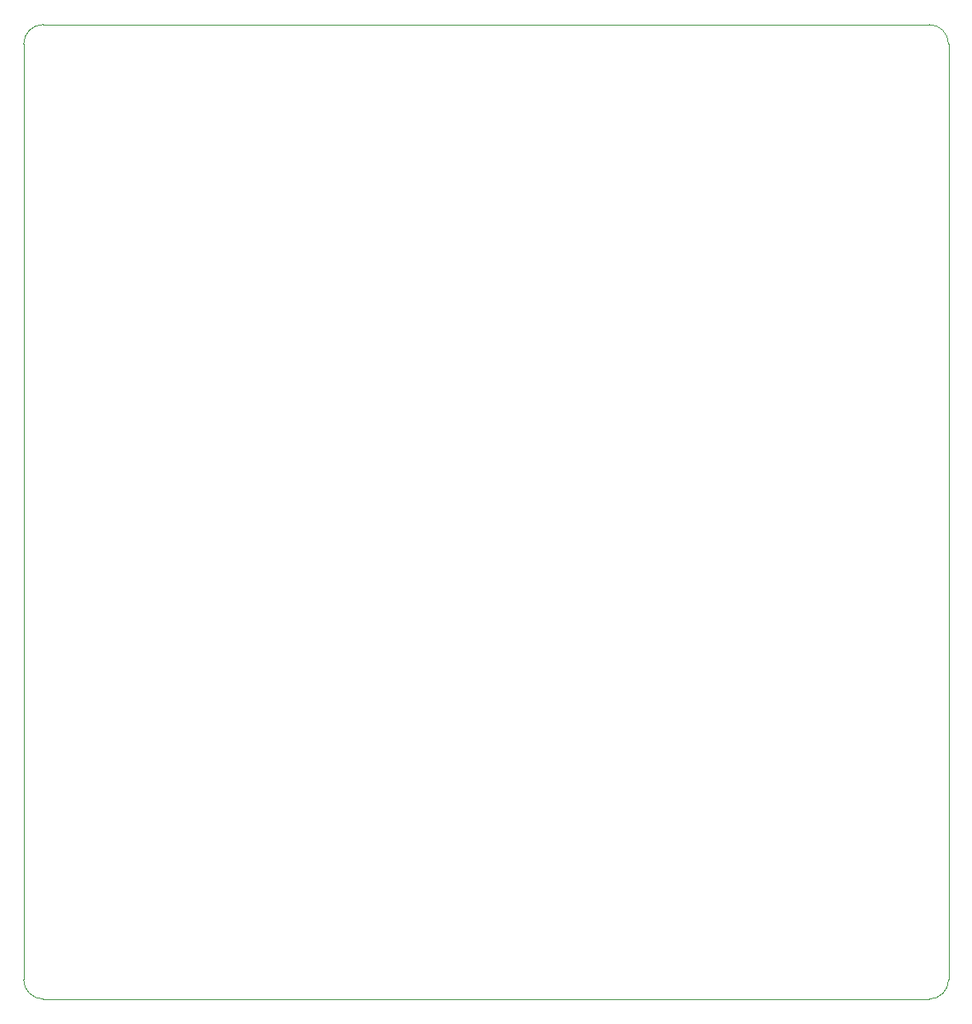
<source format=gm1>
G04 #@! TF.GenerationSoftware,KiCad,Pcbnew,7.0.1*
G04 #@! TF.CreationDate,2023-05-15T21:33:36-05:00*
G04 #@! TF.ProjectId,MiniSSO-Tester,4d696e69-5353-44f2-9d54-65737465722e,1*
G04 #@! TF.SameCoordinates,Original*
G04 #@! TF.FileFunction,Profile,NP*
%FSLAX46Y46*%
G04 Gerber Fmt 4.6, Leading zero omitted, Abs format (unit mm)*
G04 Created by KiCad (PCBNEW 7.0.1) date 2023-05-15 21:33:36*
%MOMM*%
%LPD*%
G01*
G04 APERTURE LIST*
G04 #@! TA.AperFunction,Profile*
%ADD10C,0.100000*%
G04 #@! TD*
G04 APERTURE END LIST*
D10*
X52714214Y-61750000D02*
X52714214Y-157735786D01*
X145700000Y-59750000D02*
X54714214Y-59750000D01*
X147700000Y-157750000D02*
X147700000Y-61750000D01*
X54714214Y-159735786D02*
X145700000Y-159750000D01*
X145700000Y-159750000D02*
G75*
G03*
X147700000Y-157750000I0J2000000D01*
G01*
X52714214Y-157735786D02*
G75*
G03*
X54714214Y-159735786I1999986J-14D01*
G01*
X54714214Y-59750014D02*
G75*
G03*
X52714214Y-61750000I-14J-1999986D01*
G01*
X147700000Y-61750000D02*
G75*
G03*
X145700000Y-59750000I-2000000J0D01*
G01*
M02*

</source>
